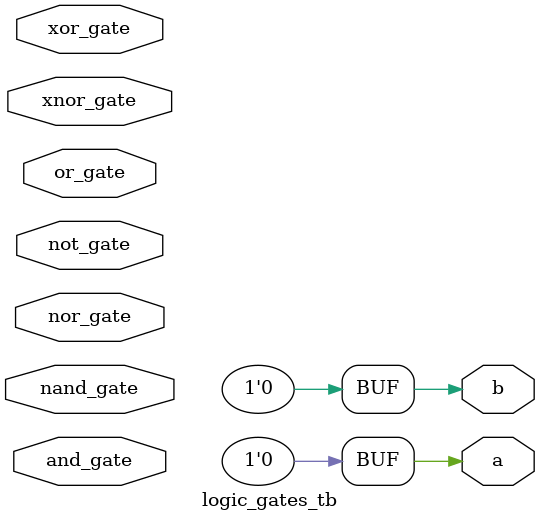
<source format=v>
`include ""
module logic_gates_tb(
  input wire and_gate,or_gate,not_gate,nand_gate,nor_gate,xor_gate,xnor_gate,output reg a,b);
  logic_gates dut(.a(a), .b(b), .and_gate(and_gate), .or_gate(or_gate), .not_gate(not_gate), .nand_gate(nand_gate), .nor_gate(nor_gate), .xor_gate(xor_gate), .xnor_gate(xnor_gate));
  initial begin
    $monitor("CE= a=%b b=%b and_gate=%b or_gate=%b not_gate=%b nand_gate=%b nor_gate=%b xor_gate=%b xnor_gate=%b",$time,a,b,and_gate,or_gate,not_gate,nand_gate,nor_gate,xor_gate,xnor_gate);

    #1 a=1'b0;b=1'b0;
    #1 a=1'b0;b=1'b0;
    #1 a=1'b0;b=1'b0;
    #1 a=1'b0;b=1'b0;
  end
endmodule
  

</source>
